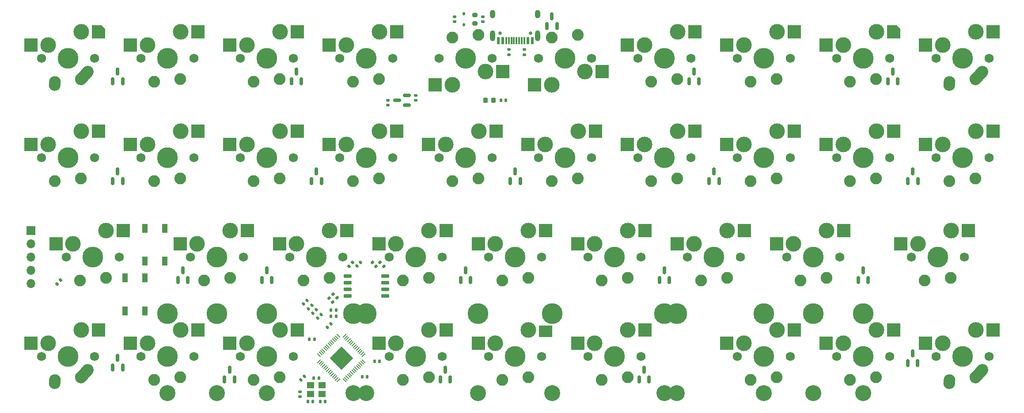
<source format=gbs>
%TF.GenerationSoftware,KiCad,Pcbnew,7.0.6*%
%TF.CreationDate,2023-10-22T23:34:03-04:00*%
%TF.ProjectId,good-delivery-alpha-stagger,676f6f64-2d64-4656-9c69-766572792d61,rev?*%
%TF.SameCoordinates,PX2d6b3a0PY7e9ae4e*%
%TF.FileFunction,Soldermask,Bot*%
%TF.FilePolarity,Negative*%
%FSLAX46Y46*%
G04 Gerber Fmt 4.6, Leading zero omitted, Abs format (unit mm)*
G04 Created by KiCad (PCBNEW 7.0.6) date 2023-10-22 23:34:03*
%MOMM*%
%LPD*%
G01*
G04 APERTURE LIST*
G04 Aperture macros list*
%AMRoundRect*
0 Rectangle with rounded corners*
0 $1 Rounding radius*
0 $2 $3 $4 $5 $6 $7 $8 $9 X,Y pos of 4 corners*
0 Add a 4 corners polygon primitive as box body*
4,1,4,$2,$3,$4,$5,$6,$7,$8,$9,$2,$3,0*
0 Add four circle primitives for the rounded corners*
1,1,$1+$1,$2,$3*
1,1,$1+$1,$4,$5*
1,1,$1+$1,$6,$7*
1,1,$1+$1,$8,$9*
0 Add four rect primitives between the rounded corners*
20,1,$1+$1,$2,$3,$4,$5,0*
20,1,$1+$1,$4,$5,$6,$7,0*
20,1,$1+$1,$6,$7,$8,$9,0*
20,1,$1+$1,$8,$9,$2,$3,0*%
%AMHorizOval*
0 Thick line with rounded ends*
0 $1 width*
0 $2 $3 position (X,Y) of the first rounded end (center of the circle)*
0 $4 $5 position (X,Y) of the second rounded end (center of the circle)*
0 Add line between two ends*
20,1,$1,$2,$3,$4,$5,0*
0 Add two circle primitives to create the rounded ends*
1,1,$1,$2,$3*
1,1,$1,$4,$5*%
%AMOutline5P*
0 Free polygon, 5 corners , with rotation*
0 The origin of the aperture is its center*
0 number of corners: always 5*
0 $1 to $10 corner X, Y*
0 $11 Rotation angle, in degrees counterclockwise*
0 create outline with 5 corners*
4,1,5,$1,$2,$3,$4,$5,$6,$7,$8,$9,$10,$1,$2,$11*%
%AMOutline6P*
0 Free polygon, 6 corners , with rotation*
0 The origin of the aperture is its center*
0 number of corners: always 6*
0 $1 to $12 corner X, Y*
0 $13 Rotation angle, in degrees counterclockwise*
0 create outline with 6 corners*
4,1,6,$1,$2,$3,$4,$5,$6,$7,$8,$9,$10,$11,$12,$1,$2,$13*%
%AMOutline7P*
0 Free polygon, 7 corners , with rotation*
0 The origin of the aperture is its center*
0 number of corners: always 7*
0 $1 to $14 corner X, Y*
0 $15 Rotation angle, in degrees counterclockwise*
0 create outline with 7 corners*
4,1,7,$1,$2,$3,$4,$5,$6,$7,$8,$9,$10,$11,$12,$13,$14,$1,$2,$15*%
%AMOutline8P*
0 Free polygon, 8 corners , with rotation*
0 The origin of the aperture is its center*
0 number of corners: always 8*
0 $1 to $16 corner X, Y*
0 $17 Rotation angle, in degrees counterclockwise*
0 create outline with 8 corners*
4,1,8,$1,$2,$3,$4,$5,$6,$7,$8,$9,$10,$11,$12,$13,$14,$15,$16,$1,$2,$17*%
G04 Aperture macros list end*
%ADD10C,1.750000*%
%ADD11C,3.000000*%
%ADD12C,3.987800*%
%ADD13R,2.550000X2.500000*%
%ADD14C,2.250000*%
%ADD15C,3.048000*%
%ADD16R,2.550000X2.250000*%
%ADD17HorizOval,2.250000X-0.020009X-0.290000X0.020009X0.290000X0*%
%ADD18HorizOval,2.250000X-0.655008X-0.729993X0.655008X0.729993X0*%
%ADD19Outline5P,-1.275000X1.250000X0.575000X1.250000X1.275000X0.550000X1.275000X-1.250000X-1.275000X-1.250000X0.000000*%
%ADD20R,1.700000X1.700000*%
%ADD21O,1.700000X1.700000*%
%ADD22RoundRect,0.135000X-0.226274X-0.035355X-0.035355X-0.226274X0.226274X0.035355X0.035355X0.226274X0*%
%ADD23RoundRect,0.135000X-0.185000X0.135000X-0.185000X-0.135000X0.185000X-0.135000X0.185000X0.135000X0*%
%ADD24RoundRect,0.140000X0.021213X-0.219203X0.219203X-0.021213X-0.021213X0.219203X-0.219203X0.021213X0*%
%ADD25C,0.650000*%
%ADD26R,0.600000X1.450000*%
%ADD27R,0.300000X1.450000*%
%ADD28O,1.000000X1.600000*%
%ADD29O,1.000000X2.100000*%
%ADD30RoundRect,0.140000X-0.170000X0.140000X-0.170000X-0.140000X0.170000X-0.140000X0.170000X0.140000X0*%
%ADD31RoundRect,0.150000X0.150000X-0.587500X0.150000X0.587500X-0.150000X0.587500X-0.150000X-0.587500X0*%
%ADD32RoundRect,0.140000X0.140000X0.170000X-0.140000X0.170000X-0.140000X-0.170000X0.140000X-0.170000X0*%
%ADD33RoundRect,0.150000X0.587500X0.150000X-0.587500X0.150000X-0.587500X-0.150000X0.587500X-0.150000X0*%
%ADD34RoundRect,0.200000X-0.275000X0.200000X-0.275000X-0.200000X0.275000X-0.200000X0.275000X0.200000X0*%
%ADD35RoundRect,0.218750X0.218750X0.256250X-0.218750X0.256250X-0.218750X-0.256250X0.218750X-0.256250X0*%
%ADD36RoundRect,0.140000X-0.140000X-0.170000X0.140000X-0.170000X0.140000X0.170000X-0.140000X0.170000X0*%
%ADD37RoundRect,0.140000X0.170000X-0.140000X0.170000X0.140000X-0.170000X0.140000X-0.170000X-0.140000X0*%
%ADD38RoundRect,0.050000X0.309359X-0.238649X-0.238649X0.309359X-0.309359X0.238649X0.238649X-0.309359X0*%
%ADD39RoundRect,0.050000X0.309359X0.238649X0.238649X0.309359X-0.309359X-0.238649X-0.238649X-0.309359X0*%
%ADD40RoundRect,0.144000X2.059095X0.000000X0.000000X2.059095X-2.059095X0.000000X0.000000X-2.059095X0*%
%ADD41RoundRect,0.135000X-0.035355X0.226274X-0.226274X0.035355X0.035355X-0.226274X0.226274X-0.035355X0*%
%ADD42R,1.000000X1.700000*%
%ADD43RoundRect,0.135000X0.035355X-0.226274X0.226274X-0.035355X-0.035355X0.226274X-0.226274X0.035355X0*%
%ADD44RoundRect,0.112500X0.112500X-0.187500X0.112500X0.187500X-0.112500X0.187500X-0.112500X-0.187500X0*%
%ADD45RoundRect,0.135000X-0.135000X-0.185000X0.135000X-0.185000X0.135000X0.185000X-0.135000X0.185000X0*%
%ADD46RoundRect,0.150000X0.650000X0.150000X-0.650000X0.150000X-0.650000X-0.150000X0.650000X-0.150000X0*%
%ADD47RoundRect,0.140000X-0.021213X0.219203X-0.219203X0.021213X0.021213X-0.219203X0.219203X-0.021213X0*%
%ADD48R,1.400000X1.200000*%
%ADD49RoundRect,0.147500X0.172500X-0.147500X0.172500X0.147500X-0.172500X0.147500X-0.172500X-0.147500X0*%
%ADD50RoundRect,0.147500X0.147500X0.172500X-0.147500X0.172500X-0.147500X-0.172500X0.147500X-0.172500X0*%
G04 APERTURE END LIST*
D10*
%TO.C,MX11*%
X33019952Y28575168D03*
D11*
X34289952Y31115168D03*
D12*
X38099952Y28575168D03*
D11*
X40639952Y33655168D03*
D10*
X43179952Y28575168D03*
D13*
X31014952Y31115168D03*
D14*
X35599952Y24075168D03*
X40599952Y24575168D03*
D13*
X43941952Y33655168D03*
%TD*%
D10*
%TO.C,MX33*%
X147320048Y28575247D03*
D11*
X148590048Y31115247D03*
D12*
X152400048Y28575247D03*
D11*
X154940048Y33655247D03*
D10*
X157480048Y28575247D03*
D13*
X145315048Y31115247D03*
D14*
X149900048Y24075247D03*
X154900048Y24575247D03*
D13*
X158242048Y33655247D03*
%TD*%
D10*
%TO.C,MX21*%
X99695040Y47625263D03*
D11*
X100965040Y50165263D03*
D12*
X104775040Y47625263D03*
D11*
X107315040Y52705263D03*
D10*
X109855040Y47625263D03*
D13*
X97690040Y50165263D03*
D14*
X102275040Y43125263D03*
X107275040Y43625263D03*
D13*
X110617040Y52705263D03*
%TD*%
D10*
%TO.C,MX3*%
X9207432Y28575168D03*
D11*
X10477432Y31115168D03*
D12*
X14287432Y28575168D03*
D11*
X16827432Y33655168D03*
D10*
X19367432Y28575168D03*
D13*
X7202432Y31115168D03*
D14*
X11787432Y24075168D03*
X16787432Y24575168D03*
D13*
X20129432Y33655168D03*
%TD*%
D10*
%TO.C,MX7*%
X23495040Y47625263D03*
D11*
X24765040Y50165263D03*
D12*
X28575040Y47625263D03*
D11*
X31115040Y52705263D03*
D10*
X33655040Y47625263D03*
D13*
X21490040Y50165263D03*
D14*
X26075040Y43125263D03*
X31075040Y43625263D03*
D13*
X34417040Y52705263D03*
%TD*%
D10*
%TO.C,MX8*%
X23495024Y9525168D03*
D11*
X24765024Y12065168D03*
D12*
X28575024Y9525168D03*
D11*
X31115024Y14605168D03*
D10*
X33655024Y9525168D03*
D13*
X21490024Y12065168D03*
D14*
X26075024Y5025168D03*
X31075024Y5525168D03*
D13*
X34417024Y14605168D03*
%TD*%
D10*
%TO.C,MX12*%
X42545024Y9525168D03*
D11*
X43815024Y12065168D03*
D12*
X47625024Y9525168D03*
D11*
X50165024Y14605168D03*
D10*
X52705024Y9525168D03*
D13*
X40540024Y12065168D03*
D14*
X45125024Y5025168D03*
X50125024Y5525168D03*
D13*
X53467024Y14605168D03*
%TD*%
D10*
%TO.C,MX15*%
X52070048Y28575247D03*
D11*
X53340048Y31115247D03*
D12*
X57150048Y28575247D03*
D11*
X59690048Y33655247D03*
D10*
X62230048Y28575247D03*
D13*
X50065048Y31115247D03*
D14*
X54650048Y24075247D03*
X59650048Y24575247D03*
D13*
X62992048Y33655247D03*
%TD*%
D10*
%TO.C,MX24*%
X118745024Y66675168D03*
D11*
X120015024Y69215168D03*
D12*
X123825024Y66675168D03*
D11*
X126365024Y71755168D03*
D10*
X128905024Y66675168D03*
D13*
X116740024Y69215168D03*
D14*
X121325024Y62175168D03*
X126325024Y62675168D03*
D13*
X129667024Y71755168D03*
%TD*%
D12*
%TO.C,MX27*%
X102362024Y17780168D03*
D15*
X102362024Y2540168D03*
D10*
X109220024Y9525168D03*
D11*
X110490024Y12065168D03*
D12*
X114300024Y9525168D03*
D11*
X116840024Y14605168D03*
D10*
X119380024Y9525168D03*
D12*
X126238024Y17780168D03*
D15*
X126238024Y2540168D03*
D13*
X107215024Y12065168D03*
D14*
X111800024Y5025168D03*
X116800024Y5525168D03*
D13*
X120142024Y14605168D03*
%TD*%
D10*
%TO.C,MX6*%
X23495024Y66675168D03*
D11*
X24765024Y69215168D03*
D12*
X28575024Y66675168D03*
D11*
X31115024Y71755168D03*
D10*
X33655024Y66675168D03*
D13*
X21490024Y69215168D03*
D14*
X26075024Y62175168D03*
X31075024Y62675168D03*
D13*
X34417024Y71755168D03*
%TD*%
D10*
%TO.C,MX14*%
X61595040Y47625263D03*
D11*
X62865040Y50165263D03*
D12*
X66675040Y47625263D03*
D11*
X69215040Y52705263D03*
D10*
X71755040Y47625263D03*
D13*
X59590040Y50165263D03*
D14*
X64175040Y43125263D03*
X69175040Y43625263D03*
D13*
X72517040Y52705263D03*
%TD*%
D10*
%TO.C,MX37*%
X171132568Y28575247D03*
D11*
X172402568Y31115247D03*
D12*
X176212568Y28575247D03*
D11*
X178752568Y33655247D03*
D10*
X181292568Y28575247D03*
D13*
X169127568Y31115247D03*
D14*
X173712568Y24075247D03*
X178712568Y24575247D03*
D13*
X182054568Y33655247D03*
%TD*%
D10*
%TO.C,MX29*%
X137795040Y47625263D03*
D11*
X139065040Y50165263D03*
D12*
X142875040Y47625263D03*
D11*
X145415040Y52705263D03*
D10*
X147955040Y47625263D03*
D13*
X135790040Y50165263D03*
D14*
X140375040Y43125263D03*
X145375040Y43625263D03*
D13*
X148717040Y52705263D03*
%TD*%
D10*
%TO.C,MX16*%
X90805024Y66675168D03*
D11*
X89535024Y64135168D03*
D12*
X85725024Y66675168D03*
D11*
X83185024Y61595168D03*
D10*
X80645024Y66675168D03*
D14*
X83225024Y70675168D03*
D13*
X79883024Y61595168D03*
X92810024Y64135168D03*
D14*
X88225024Y71175168D03*
%TD*%
D10*
%TO.C,MX17*%
X80645040Y47625263D03*
D11*
X81915040Y50165263D03*
D12*
X85725040Y47625263D03*
D11*
X88265040Y52705263D03*
D10*
X90805040Y47625263D03*
D13*
X78640040Y50165263D03*
D14*
X83225040Y43125263D03*
X88225040Y43625263D03*
D13*
X91567040Y52705263D03*
%TD*%
D10*
%TO.C,MX13*%
X61595024Y66675168D03*
D11*
X62865024Y69215168D03*
D12*
X66675024Y66675168D03*
D11*
X69215024Y71755168D03*
D10*
X71755024Y66675168D03*
D13*
X59590024Y69215168D03*
D14*
X64175024Y62175168D03*
X69175024Y62675168D03*
D13*
X72517024Y71755168D03*
%TD*%
D12*
%TO.C,MX23*%
X28575240Y17780024D03*
D15*
X28575240Y2540024D03*
D12*
X38100240Y17780024D03*
D15*
X38100240Y2540024D03*
D12*
X47625240Y17780024D03*
D15*
X47625240Y2540024D03*
D12*
X66675240Y17780024D03*
D15*
X66675240Y2540024D03*
D10*
X90170240Y9525024D03*
D11*
X91440240Y12065024D03*
D12*
X95250240Y9525024D03*
D11*
X97790240Y14605024D03*
D10*
X100330240Y9525024D03*
D12*
X123825240Y17780024D03*
D15*
X123825240Y2540024D03*
D12*
X142875240Y17780024D03*
D15*
X142875240Y2540024D03*
D12*
X152400240Y17780024D03*
D15*
X152400240Y2540024D03*
D12*
X161925240Y17780024D03*
D15*
X161925240Y2540024D03*
D13*
X88165240Y12065024D03*
D14*
X92750240Y5025024D03*
X97750240Y5525024D03*
D16*
X101092240Y14355024D03*
%TD*%
D10*
%TO.C,MX26*%
X109220048Y28575247D03*
D11*
X110490048Y31115247D03*
D12*
X114300048Y28575247D03*
D11*
X116840048Y33655247D03*
D10*
X119380048Y28575247D03*
D13*
X107215048Y31115247D03*
D14*
X111800048Y24075247D03*
X116800048Y24575247D03*
D13*
X120142048Y33655247D03*
%TD*%
D10*
%TO.C,MX18*%
X71120048Y28575247D03*
D11*
X72390048Y31115247D03*
D12*
X76200048Y28575247D03*
D11*
X78740048Y33655247D03*
D10*
X81280048Y28575247D03*
D13*
X69115048Y31115247D03*
D14*
X73700048Y24075247D03*
X78700048Y24575247D03*
D13*
X82042048Y33655247D03*
%TD*%
D10*
%TO.C,MX38*%
X175895024Y9525168D03*
D11*
X177165024Y12065168D03*
D12*
X180975024Y9525168D03*
D11*
X183515024Y14605168D03*
D10*
X186055024Y9525168D03*
D13*
X173890024Y12065168D03*
D17*
X178455024Y4732668D03*
D14*
X183475024Y5525168D03*
D18*
X184130016Y6255175D03*
D13*
X186817024Y14605168D03*
%TD*%
D10*
%TO.C,MX2*%
X4444928Y47625263D03*
D11*
X5714928Y50165263D03*
D12*
X9524928Y47625263D03*
D11*
X12064928Y52705263D03*
D10*
X14604928Y47625263D03*
D13*
X2439928Y50165263D03*
D14*
X7024928Y43125263D03*
X12024928Y43625263D03*
D13*
X15366928Y52705263D03*
%TD*%
D10*
%TO.C,MX35*%
X175895024Y66675168D03*
D11*
X177165024Y69215168D03*
D12*
X180975024Y66675168D03*
D11*
X183515024Y71755168D03*
D10*
X186055024Y66675168D03*
D13*
X173890024Y69215168D03*
D17*
X178455024Y61882668D03*
D14*
X183475024Y62675168D03*
D18*
X184130016Y63405175D03*
D13*
X186817024Y71755168D03*
%TD*%
D10*
%TO.C,MX5*%
X156845056Y47625263D03*
D11*
X158115056Y50165263D03*
D12*
X161925056Y47625263D03*
D11*
X164465056Y52705263D03*
D10*
X167005056Y47625263D03*
D13*
X154840056Y50165263D03*
D14*
X159425056Y43125263D03*
X164425056Y43625263D03*
D13*
X167767056Y52705263D03*
%TD*%
D10*
%TO.C,MX1*%
X4445024Y66675168D03*
D11*
X5715024Y69215168D03*
D12*
X9525024Y66675168D03*
D11*
X12065024Y71755168D03*
D10*
X14605024Y66675168D03*
D13*
X2440024Y69215168D03*
D17*
X7005024Y61882668D03*
D14*
X12025024Y62675168D03*
D18*
X12680016Y63405175D03*
D19*
X15367024Y71755168D03*
%TD*%
D20*
%TO.C,J2*%
X2381172Y33650247D03*
D21*
X2381172Y31110247D03*
X2381172Y28570247D03*
X2381172Y26030247D03*
X2381172Y23490247D03*
%TD*%
D10*
%TO.C,MX36*%
X175895072Y47625263D03*
D11*
X177165072Y50165263D03*
D12*
X180975072Y47625263D03*
D11*
X183515072Y52705263D03*
D10*
X186055072Y47625263D03*
D13*
X173890072Y50165263D03*
D14*
X178475072Y43125263D03*
X183475072Y43625263D03*
D13*
X186817072Y52705263D03*
%TD*%
D10*
%TO.C,MX28*%
X137795024Y66675168D03*
D11*
X139065024Y69215168D03*
D12*
X142875024Y66675168D03*
D11*
X145415024Y71755168D03*
D10*
X147955024Y66675168D03*
D13*
X135790024Y69215168D03*
D14*
X140375024Y62175168D03*
X145375024Y62675168D03*
D13*
X148717024Y71755168D03*
%TD*%
D12*
%TO.C,MX19*%
X64262024Y17780168D03*
D15*
X64262024Y2540168D03*
D10*
X71120024Y9525168D03*
D11*
X72390024Y12065168D03*
D12*
X76200024Y9525168D03*
D11*
X78740024Y14605168D03*
D10*
X81280024Y9525168D03*
D12*
X88138024Y17780168D03*
D15*
X88138024Y2540168D03*
D13*
X69115024Y12065168D03*
D14*
X73700024Y5025168D03*
X78700024Y5525168D03*
D13*
X82042024Y14605168D03*
%TD*%
D10*
%TO.C,MX4*%
X4445024Y9525168D03*
D11*
X5715024Y12065168D03*
D12*
X9525024Y9525168D03*
D11*
X12065024Y14605168D03*
D10*
X14605024Y9525168D03*
D13*
X2440024Y12065168D03*
D17*
X7005024Y4732668D03*
D14*
X12025024Y5525168D03*
D18*
X12680016Y6255175D03*
D13*
X15367024Y14605168D03*
%TD*%
D10*
%TO.C,MX32*%
X156845024Y66675168D03*
D11*
X158115024Y69215168D03*
D12*
X161925024Y66675168D03*
D11*
X164465024Y71755168D03*
D10*
X167005024Y66675168D03*
D13*
X154840024Y69215168D03*
D14*
X159425024Y62175168D03*
X164425024Y62675168D03*
D19*
X167767024Y71755168D03*
%TD*%
D10*
%TO.C,MX31*%
X137795024Y9525168D03*
D11*
X139065024Y12065168D03*
D12*
X142875024Y9525168D03*
D11*
X145415024Y14605168D03*
D10*
X147955024Y9525168D03*
D13*
X135790024Y12065168D03*
D14*
X140375024Y5025168D03*
X145375024Y5525168D03*
D13*
X148717024Y14605168D03*
%TD*%
D10*
%TO.C,MX9*%
X42545024Y66675168D03*
D11*
X43815024Y69215168D03*
D12*
X47625024Y66675168D03*
D11*
X50165024Y71755168D03*
D10*
X52705024Y66675168D03*
D13*
X40540024Y69215168D03*
D14*
X45125024Y62175168D03*
X50125024Y62675168D03*
D13*
X53467024Y71755168D03*
%TD*%
D10*
%TO.C,MX34*%
X156845024Y9525168D03*
D11*
X158115024Y12065168D03*
D12*
X161925024Y9525168D03*
D11*
X164465024Y14605168D03*
D10*
X167005024Y9525168D03*
D13*
X154840024Y12065168D03*
D14*
X159425024Y5025168D03*
X164425024Y5525168D03*
D13*
X167767024Y14605168D03*
%TD*%
D10*
%TO.C,MX22*%
X90170048Y28575247D03*
D11*
X91440048Y31115247D03*
D12*
X95250048Y28575247D03*
D11*
X97790048Y33655247D03*
D10*
X100330048Y28575247D03*
D13*
X88165048Y31115247D03*
D14*
X92750048Y24075247D03*
X97750048Y24575247D03*
D13*
X101092048Y33655247D03*
%TD*%
D10*
%TO.C,MX30*%
X128270048Y28575247D03*
D11*
X129540048Y31115247D03*
D12*
X133350048Y28575247D03*
D11*
X135890048Y33655247D03*
D10*
X138430048Y28575247D03*
D13*
X126265048Y31115247D03*
D14*
X130850048Y24075247D03*
X135850048Y24575247D03*
D13*
X139192048Y33655247D03*
%TD*%
D10*
%TO.C,MX20*%
X109855024Y66675168D03*
D11*
X108585024Y64135168D03*
D12*
X104775024Y66675168D03*
D11*
X102235024Y61595168D03*
D10*
X99695024Y66675168D03*
D14*
X102275024Y70675168D03*
D13*
X98933024Y61595168D03*
X111860024Y64135168D03*
D14*
X107275024Y71175168D03*
%TD*%
D10*
%TO.C,MX10*%
X42545040Y47625263D03*
D11*
X43815040Y50165263D03*
D12*
X47625040Y47625263D03*
D11*
X50165040Y52705263D03*
D10*
X52705040Y47625263D03*
D13*
X40540040Y50165263D03*
D14*
X45125040Y43125263D03*
X50125040Y43625263D03*
D13*
X53467040Y52705263D03*
%TD*%
D10*
%TO.C,MX25*%
X118745040Y47625263D03*
D11*
X120015040Y50165263D03*
D12*
X123825040Y47625263D03*
D11*
X126365040Y52705263D03*
D10*
X128905040Y47625263D03*
D13*
X116740040Y50165263D03*
D14*
X121325040Y43125263D03*
X126325040Y43625263D03*
D13*
X129667040Y52705263D03*
%TD*%
D22*
%TO.C,R_DATA1*%
X60361222Y21494271D03*
X61082470Y20773023D03*
%TD*%
D23*
%TO.C,R2*%
X94000240Y68349854D03*
X94000240Y67329854D03*
%TD*%
D24*
%TO.C,C_3V-Decoup5*%
X56471148Y17817857D03*
X57149970Y18496679D03*
%TD*%
D25*
%TO.C,J3*%
X92360240Y71516593D03*
X98140240Y71516593D03*
D26*
X92000240Y70071593D03*
X92800240Y70071593D03*
D27*
X94000240Y70071593D03*
X95000240Y70071593D03*
X95500240Y70071593D03*
X96500240Y70071593D03*
D26*
X97700240Y70071593D03*
X98500240Y70071593D03*
X98500240Y70071593D03*
X97700240Y70071593D03*
D27*
X97000240Y70071593D03*
X96000240Y70071593D03*
X94500240Y70071593D03*
X93500240Y70071593D03*
D26*
X92800240Y70071593D03*
X92000240Y70071593D03*
D28*
X90930240Y75166593D03*
D29*
X90930240Y70986593D03*
D28*
X99570240Y75166593D03*
D29*
X99570240Y70986593D03*
%TD*%
D30*
%TO.C,C_3V-Decoup8*%
X53980024Y2788913D03*
X53980024Y1828913D03*
%TD*%
D31*
%TO.C,D8*%
X41431352Y5100168D03*
X39531352Y5100168D03*
X40481352Y6975168D03*
%TD*%
D32*
%TO.C,C_1V-Decoup1*%
X60904371Y17264106D03*
X59944371Y17264106D03*
%TD*%
D31*
%TO.C,D1*%
X19999936Y62250264D03*
X18099936Y62250264D03*
X19049936Y64125264D03*
%TD*%
D24*
%TO.C,C_3V-Decoup4*%
X57405870Y16924889D03*
X58084692Y17603711D03*
%TD*%
D30*
%TO.C,C1*%
X88999443Y74664564D03*
X88999443Y73704564D03*
%TD*%
D33*
%TO.C,U3*%
X74458779Y59588429D03*
X74458779Y57688429D03*
X72583779Y58638429D03*
%TD*%
D31*
%TO.C,D17*%
X168531047Y62250264D03*
X166631047Y62250264D03*
X167581047Y64125264D03*
%TD*%
D22*
%TO.C,R_Flash3*%
X69319044Y27552283D03*
X70040292Y26831035D03*
%TD*%
D31*
%TO.C,D11*%
X86674992Y24150168D03*
X84774992Y24150168D03*
X85724992Y26025168D03*
%TD*%
D34*
%TO.C,R1*%
X87511158Y75009564D03*
X87511158Y73359564D03*
%TD*%
D31*
%TO.C,D20*%
X172343403Y8289867D03*
X170443403Y8289867D03*
X171393403Y10164867D03*
%TD*%
%TO.C,D18*%
X172400064Y43115885D03*
X170500064Y43115885D03*
X171450064Y44990885D03*
%TD*%
D35*
%TO.C,F1*%
X91087885Y58638429D03*
X89512885Y58638429D03*
%TD*%
D36*
%TO.C,C_3V-Decoup6*%
X68278767Y8632053D03*
X69238767Y8632053D03*
%TD*%
D24*
%TO.C,C_Flash1*%
X64875402Y26852248D03*
X65554224Y27531070D03*
%TD*%
D37*
%TO.C,C_LD2*%
X70842366Y57688429D03*
X70842366Y58648429D03*
%TD*%
D31*
%TO.C,D6*%
X58099968Y43115885D03*
X56199968Y43115885D03*
X57149968Y44990885D03*
%TD*%
D38*
%TO.C,U1*%
X66181813Y8635165D03*
X65898970Y8352322D03*
X65616128Y8069480D03*
X65333285Y7786637D03*
X65050442Y7503794D03*
X64767600Y7220952D03*
X64484757Y6938109D03*
X64201914Y6655266D03*
X63919071Y6372423D03*
X63636229Y6089581D03*
X63353386Y5806738D03*
X63070543Y5523895D03*
X62787701Y5241053D03*
X62504858Y4958210D03*
D39*
X61320454Y4958210D03*
X61037611Y5241053D03*
X60754769Y5523895D03*
X60471926Y5806738D03*
X60189083Y6089581D03*
X59906241Y6372423D03*
X59623398Y6655266D03*
X59340555Y6938109D03*
X59057712Y7220952D03*
X58774870Y7503794D03*
X58492027Y7786637D03*
X58209184Y8069480D03*
X57926342Y8352322D03*
X57643499Y8635165D03*
D38*
X57643499Y9819569D03*
X57926342Y10102412D03*
X58209184Y10385254D03*
X58492027Y10668097D03*
X58774870Y10950940D03*
X59057712Y11233782D03*
X59340555Y11516625D03*
X59623398Y11799468D03*
X59906241Y12082311D03*
X60189083Y12365153D03*
X60471926Y12647996D03*
X60754769Y12930839D03*
X61037611Y13213681D03*
X61320454Y13496524D03*
D39*
X62504858Y13496524D03*
X62787701Y13213681D03*
X63070543Y12930839D03*
X63353386Y12647996D03*
X63636229Y12365153D03*
X63919071Y12082311D03*
X64201914Y11799468D03*
X64484757Y11516625D03*
X64767600Y11233782D03*
X65050442Y10950940D03*
X65333285Y10668097D03*
X65616128Y10385254D03*
X65898970Y10102412D03*
X66181813Y9819569D03*
D40*
X61912656Y9227367D03*
%TD*%
D36*
%TO.C,C_3V-Decoup9*%
X65897511Y5655483D03*
X66857511Y5655483D03*
%TD*%
D31*
%TO.C,D15*%
X124775024Y24150168D03*
X122875024Y24150168D03*
X123825024Y26025168D03*
%TD*%
D22*
%TO.C,R_DATA2*%
X59564195Y20697244D03*
X60285443Y19975996D03*
%TD*%
D31*
%TO.C,D14*%
X134300032Y43115885D03*
X132400032Y43115885D03*
X133350032Y44990885D03*
%TD*%
D41*
%TO.C,R_RST1*%
X8099613Y24173367D03*
X7378365Y23452119D03*
%TD*%
D42*
%TO.C,SW2*%
X24293692Y34106499D03*
X24293692Y27806499D03*
X28093692Y34106499D03*
X28093692Y27806499D03*
%TD*%
D37*
%TO.C,C_LD1*%
X76200192Y58638429D03*
X76200192Y59598429D03*
%TD*%
D31*
%TO.C,D3*%
X32501509Y24150168D03*
X30601509Y24150168D03*
X31551509Y26025168D03*
%TD*%
%TO.C,D5*%
X54230759Y62250264D03*
X52330759Y62250264D03*
X53280759Y64125264D03*
%TD*%
D24*
%TO.C,C_3V-Decoup3*%
X59191809Y15138950D03*
X59870631Y15817772D03*
%TD*%
D43*
%TO.C,R_Flash1*%
X63365904Y26831035D03*
X64087152Y27552283D03*
%TD*%
D31*
%TO.C,D13*%
X130430951Y62250264D03*
X128530951Y62250264D03*
X129480951Y64125264D03*
%TD*%
D32*
%TO.C,C_Crystal2*%
X56439516Y892971D03*
X55479516Y892971D03*
%TD*%
D44*
%TO.C,D21*%
X85427559Y73134564D03*
X85427559Y75234564D03*
%TD*%
D22*
%TO.C,R_Flash2*%
X67830759Y27552283D03*
X68552007Y26831035D03*
%TD*%
D31*
%TO.C,D4*%
X20000048Y7396896D03*
X18100048Y7396896D03*
X19050048Y9271896D03*
%TD*%
%TO.C,D10*%
X96200000Y43115885D03*
X94300000Y43115885D03*
X95250000Y44990885D03*
%TD*%
%TO.C,D19*%
X162875056Y24150168D03*
X160975056Y24150168D03*
X161925056Y26025168D03*
%TD*%
D32*
%TO.C,C_1V-Decoup2*%
X60904371Y18454734D03*
X59944371Y18454734D03*
%TD*%
D45*
%TO.C,R_Crystal1*%
X56640144Y5357827D03*
X57660144Y5357827D03*
%TD*%
D42*
%TO.C,SW1*%
X24293692Y18281491D03*
X24293692Y24581491D03*
X20493692Y18281491D03*
X20493692Y24581491D03*
%TD*%
D46*
%TO.C,U2*%
X70303098Y24929461D03*
X70303098Y23659461D03*
X70303098Y22389461D03*
X70303098Y21119461D03*
X63103098Y21119461D03*
X63103098Y22389461D03*
X63103098Y23659461D03*
X63103098Y24929461D03*
%TD*%
D47*
%TO.C,C_1V-Decoup3*%
X54810642Y5697237D03*
X54131820Y5018415D03*
%TD*%
D23*
%TO.C,R3*%
X97000240Y68349854D03*
X97000240Y67329854D03*
%TD*%
D36*
%TO.C,C_Crystal1*%
X57860772Y892971D03*
X58820772Y892971D03*
%TD*%
D31*
%TO.C,D9*%
X103225024Y72881436D03*
X101325024Y72881436D03*
X102275024Y74756436D03*
%TD*%
D24*
%TO.C,C_3V-Decoup2*%
X55619931Y18710828D03*
X56298753Y19389650D03*
%TD*%
D48*
%TO.C,Y1*%
X56050144Y4008913D03*
X58250144Y4008913D03*
X58250144Y2308913D03*
X56050144Y2308913D03*
%TD*%
D32*
%TO.C,C_3V-Decoup7*%
X56737173Y12799251D03*
X55777173Y12799251D03*
%TD*%
D31*
%TO.C,D16*%
X120905771Y5100168D03*
X119005771Y5100168D03*
X119955771Y6975168D03*
%TD*%
%TO.C,D2*%
X19999936Y43115885D03*
X18099936Y43115885D03*
X19049936Y44990885D03*
%TD*%
%TO.C,D7*%
X48574960Y24150168D03*
X46674960Y24150168D03*
X47624960Y26025168D03*
%TD*%
D49*
%TO.C,FB1*%
X83641617Y73699564D03*
X83641617Y74669564D03*
%TD*%
D24*
%TO.C,C_3V-Decoup1*%
X54685206Y19603799D03*
X55364028Y20282621D03*
%TD*%
D50*
%TO.C,FB2*%
X93464298Y58638429D03*
X92494298Y58638429D03*
%TD*%
D31*
%TO.C,D12*%
X82805675Y5100168D03*
X80905675Y5100168D03*
X81855675Y6975168D03*
%TD*%
M02*

</source>
